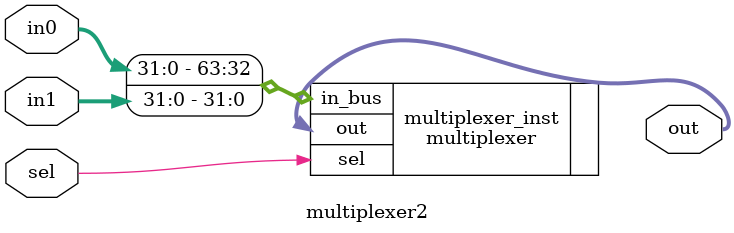
<source format=sv>
module multiplexer2 #(
	parameter WIDTH = 32
) (
	input  logic             sel,
	input  logic [WIDTH-1:0] in0,
	input  logic [WIDTH-1:0] in1,
	output logic [WIDTH-1:0] out
);

	multiplexer #(.WIDTH(WIDTH), .CHANNELS(2)) multiplexer_inst (
		.sel(sel),
		.in_bus({in0, in1}),
		.out(out)
	);
	
endmodule
</source>
